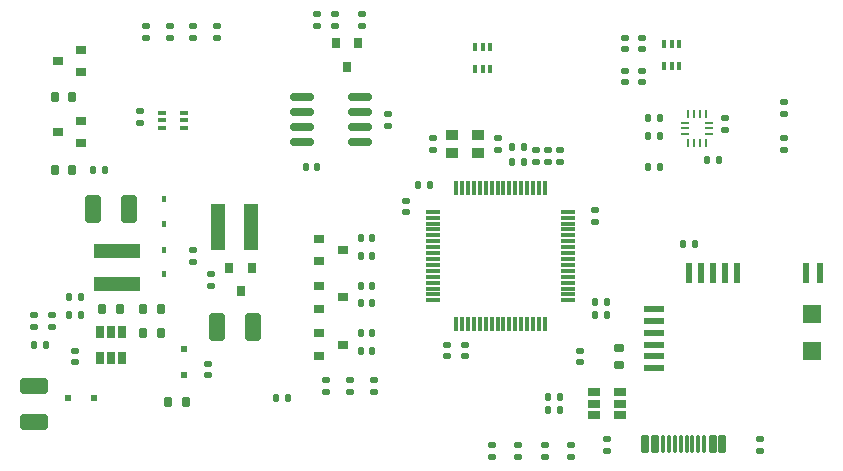
<source format=gbr>
%TF.GenerationSoftware,KiCad,Pcbnew,(5.99.0-9885-g7a8abcadd2)*%
%TF.CreationDate,2021-03-24T01:14:47-05:00*%
%TF.ProjectId,24_control_board,32345f63-6f6e-4747-926f-6c5f626f6172,rev?*%
%TF.SameCoordinates,Original*%
%TF.FileFunction,Paste,Bot*%
%TF.FilePolarity,Positive*%
%FSLAX46Y46*%
G04 Gerber Fmt 4.6, Leading zero omitted, Abs format (unit mm)*
G04 Created by KiCad (PCBNEW (5.99.0-9885-g7a8abcadd2)) date 2021-03-24 01:14:47*
%MOMM*%
%LPD*%
G01*
G04 APERTURE LIST*
G04 Aperture macros list*
%AMRoundRect*
0 Rectangle with rounded corners*
0 $1 Rounding radius*
0 $2 $3 $4 $5 $6 $7 $8 $9 X,Y pos of 4 corners*
0 Add a 4 corners polygon primitive as box body*
4,1,4,$2,$3,$4,$5,$6,$7,$8,$9,$2,$3,0*
0 Add four circle primitives for the rounded corners*
1,1,$1+$1,$2,$3*
1,1,$1+$1,$4,$5*
1,1,$1+$1,$6,$7*
1,1,$1+$1,$8,$9*
0 Add four rect primitives between the rounded corners*
20,1,$1+$1,$2,$3,$4,$5,0*
20,1,$1+$1,$4,$5,$6,$7,0*
20,1,$1+$1,$6,$7,$8,$9,0*
20,1,$1+$1,$8,$9,$2,$3,0*%
G04 Aperture macros list end*
%ADD10R,0.500000X0.500000*%
%ADD11RoundRect,0.125000X0.175000X-0.125000X0.175000X0.125000X-0.175000X0.125000X-0.175000X-0.125000X0*%
%ADD12RoundRect,0.150000X-0.150000X-0.300000X0.150000X-0.300000X0.150000X0.300000X-0.150000X0.300000X0*%
%ADD13RoundRect,0.125000X-0.175000X0.125000X-0.175000X-0.125000X0.175000X-0.125000X0.175000X0.125000X0*%
%ADD14RoundRect,0.150000X0.150000X0.300000X-0.150000X0.300000X-0.150000X-0.300000X0.150000X-0.300000X0*%
%ADD15RoundRect,0.250000X0.412500X0.925000X-0.412500X0.925000X-0.412500X-0.925000X0.412500X-0.925000X0*%
%ADD16RoundRect,0.125000X-0.125000X-0.175000X0.125000X-0.175000X0.125000X0.175000X-0.125000X0.175000X0*%
%ADD17RoundRect,0.150000X0.300000X-0.150000X0.300000X0.150000X-0.300000X0.150000X-0.300000X-0.150000X0*%
%ADD18RoundRect,0.125000X0.125000X0.175000X-0.125000X0.175000X-0.125000X-0.175000X0.125000X-0.175000X0*%
%ADD19R,0.400000X0.650000*%
%ADD20R,0.650000X0.400000*%
%ADD21R,0.450000X0.600000*%
%ADD22R,0.800000X0.900000*%
%ADD23R,1.200000X3.900000*%
%ADD24R,3.900000X1.200000*%
%ADD25R,0.900000X0.800000*%
%ADD26R,0.650000X1.060000*%
%ADD27RoundRect,0.150000X0.825000X0.150000X-0.825000X0.150000X-0.825000X-0.150000X0.825000X-0.150000X0*%
%ADD28R,0.250000X0.675000*%
%ADD29R,0.675000X0.250000*%
%ADD30R,1.000000X0.900000*%
%ADD31R,1.800000X0.600000*%
%ADD32R,0.600000X1.800000*%
%ADD33R,1.600000X1.600000*%
%ADD34R,0.300000X1.300480*%
%ADD35R,1.300480X0.300000*%
%ADD36RoundRect,0.075000X0.225000X0.650000X-0.225000X0.650000X-0.225000X-0.650000X0.225000X-0.650000X0*%
%ADD37RoundRect,0.075000X0.075000X0.650000X-0.075000X0.650000X-0.075000X-0.650000X0.075000X-0.650000X0*%
%ADD38RoundRect,0.250000X0.925000X-0.412500X0.925000X0.412500X-0.925000X0.412500X-0.925000X-0.412500X0*%
%ADD39R,1.060000X0.650000*%
G04 APERTURE END LIST*
D10*
%TO.C,D1*%
X111700000Y-106100000D03*
X111700000Y-103900000D03*
%TD*%
D11*
%TO.C,R2*%
X113700000Y-106100000D03*
X113700000Y-105100000D03*
%TD*%
D12*
%TO.C,R3*%
X110330000Y-108330000D03*
X111830000Y-108330000D03*
%TD*%
D13*
%TO.C,C101*%
X162500000Y-83000000D03*
X162500000Y-84000000D03*
%TD*%
D11*
%TO.C,C102*%
X108000000Y-84750000D03*
X108000000Y-83750000D03*
%TD*%
D12*
%TO.C,C201*%
X108250000Y-102500000D03*
X109750000Y-102500000D03*
%TD*%
D13*
%TO.C,C202*%
X112500000Y-95500000D03*
X112500000Y-96500000D03*
%TD*%
D14*
%TO.C,C203*%
X106250000Y-100500000D03*
X104750000Y-100500000D03*
%TD*%
D11*
%TO.C,C204*%
X114000000Y-98500000D03*
X114000000Y-97500000D03*
%TD*%
D13*
%TO.C,C205*%
X102500000Y-104000000D03*
X102500000Y-105000000D03*
%TD*%
D15*
%TO.C,C206*%
X117537500Y-102000000D03*
X114462500Y-102000000D03*
%TD*%
D16*
%TO.C,C207*%
X102000000Y-101000000D03*
X103000000Y-101000000D03*
%TD*%
%TO.C,C208*%
X102000000Y-99500000D03*
X103000000Y-99500000D03*
%TD*%
D15*
%TO.C,C209*%
X107037500Y-92000000D03*
X103962500Y-92000000D03*
%TD*%
D13*
%TO.C,C210*%
X100500000Y-101000000D03*
X100500000Y-102000000D03*
%TD*%
D17*
%TO.C,C301*%
X148500000Y-105250000D03*
X148500000Y-103750000D03*
%TD*%
D11*
%TO.C,C501*%
X135500000Y-104500000D03*
X135500000Y-103500000D03*
%TD*%
D16*
%TO.C,C502*%
X139500000Y-88000000D03*
X140500000Y-88000000D03*
%TD*%
D18*
%TO.C,C503*%
X147500000Y-99875000D03*
X146500000Y-99875000D03*
%TD*%
D16*
%TO.C,C504*%
X139500000Y-86750000D03*
X140500000Y-86750000D03*
%TD*%
D11*
%TO.C,C505*%
X132750000Y-87000000D03*
X132750000Y-86000000D03*
%TD*%
D18*
%TO.C,C506*%
X152000000Y-88500000D03*
X151000000Y-88500000D03*
%TD*%
D11*
%TO.C,C507*%
X138250000Y-87000000D03*
X138250000Y-86000000D03*
%TD*%
%TO.C,C508*%
X130500000Y-92300000D03*
X130500000Y-91300000D03*
%TD*%
D13*
%TO.C,C509*%
X146500000Y-92125000D03*
X146500000Y-93125000D03*
%TD*%
D16*
%TO.C,C510*%
X131500000Y-90000000D03*
X132500000Y-90000000D03*
%TD*%
D11*
%TO.C,C511*%
X134000000Y-104500000D03*
X134000000Y-103500000D03*
%TD*%
D18*
%TO.C,C512*%
X147500000Y-101000000D03*
X146500000Y-101000000D03*
%TD*%
D13*
%TO.C,C701*%
X123000000Y-75500000D03*
X123000000Y-76500000D03*
%TD*%
D11*
%TO.C,C702*%
X129000000Y-85000000D03*
X129000000Y-84000000D03*
%TD*%
D16*
%TO.C,C703*%
X122000000Y-88500000D03*
X123000000Y-88500000D03*
%TD*%
D18*
%TO.C,C801*%
X157012480Y-87849990D03*
X156012480Y-87849990D03*
%TD*%
D11*
%TO.C,C802*%
X157512480Y-85349990D03*
X157512480Y-84349990D03*
%TD*%
D16*
%TO.C,C901*%
X119500000Y-108000000D03*
X120500000Y-108000000D03*
%TD*%
D11*
%TO.C,C902*%
X145250000Y-105000000D03*
X145250000Y-104000000D03*
%TD*%
D12*
%TO.C,C907*%
X108250000Y-100500000D03*
X109750000Y-100500000D03*
%TD*%
%TO.C,C909*%
X100750000Y-82500000D03*
X102250000Y-82500000D03*
%TD*%
D18*
%TO.C,C1001*%
X127650000Y-96000000D03*
X126650000Y-96000000D03*
%TD*%
%TO.C,C1002*%
X127650000Y-100000000D03*
X126650000Y-100000000D03*
%TD*%
%TO.C,C1003*%
X127650000Y-104000000D03*
X126650000Y-104000000D03*
%TD*%
D11*
%TO.C,C1004*%
X141500000Y-88000000D03*
X141500000Y-87000000D03*
%TD*%
%TO.C,C1005*%
X142500000Y-88000000D03*
X142500000Y-87000000D03*
%TD*%
%TO.C,C1006*%
X143500000Y-88000000D03*
X143500000Y-87000000D03*
%TD*%
D19*
%TO.C,D102*%
X153650000Y-79950000D03*
X153000000Y-79950000D03*
X152350000Y-79950000D03*
X152350000Y-78050000D03*
X153000000Y-78050000D03*
X153650000Y-78050000D03*
%TD*%
D20*
%TO.C,D103*%
X109800000Y-85150000D03*
X109800000Y-84500000D03*
X109800000Y-83850000D03*
X111700000Y-83850000D03*
X111700000Y-84500000D03*
X111700000Y-85150000D03*
%TD*%
D21*
%TO.C,D201*%
X110000000Y-95450000D03*
X110000000Y-97550000D03*
%TD*%
D19*
%TO.C,D504*%
X137650000Y-80200000D03*
X137000000Y-80200000D03*
X136350000Y-80200000D03*
X136350000Y-78300000D03*
X137000000Y-78300000D03*
X137650000Y-78300000D03*
%TD*%
D22*
%TO.C,D701*%
X124550000Y-78000000D03*
X126450000Y-78000000D03*
X125500000Y-80000000D03*
%TD*%
D23*
%TO.C,L201*%
X117400000Y-93500000D03*
X114600000Y-93500000D03*
%TD*%
D24*
%TO.C,L202*%
X106000000Y-95600000D03*
X106000000Y-98400000D03*
%TD*%
D25*
%TO.C,Q601*%
X103000000Y-84550000D03*
X103000000Y-86450000D03*
X101000000Y-85500000D03*
%TD*%
%TO.C,Q602*%
X103000000Y-78560000D03*
X103000000Y-80460000D03*
X101000000Y-79510000D03*
%TD*%
%TO.C,Q1001*%
X123150000Y-96450000D03*
X123150000Y-94550000D03*
X125150000Y-95500000D03*
%TD*%
%TO.C,Q1002*%
X123150000Y-100450000D03*
X123150000Y-98550000D03*
X125150000Y-99500000D03*
%TD*%
%TO.C,Q1003*%
X123150000Y-104450000D03*
X123150000Y-102550000D03*
X125150000Y-103500000D03*
%TD*%
D11*
%TO.C,R101*%
X149000000Y-78500000D03*
X149000000Y-77500000D03*
%TD*%
D13*
%TO.C,R102*%
X162500000Y-86000000D03*
X162500000Y-87000000D03*
%TD*%
D11*
%TO.C,R103*%
X150500000Y-78500000D03*
X150500000Y-77500000D03*
%TD*%
D13*
%TO.C,R104*%
X149000000Y-80300000D03*
X149000000Y-81300000D03*
%TD*%
%TO.C,R105*%
X150500000Y-80300000D03*
X150500000Y-81300000D03*
%TD*%
D11*
%TO.C,R106*%
X110500000Y-77500000D03*
X110500000Y-76500000D03*
%TD*%
%TO.C,R107*%
X112500000Y-77500000D03*
X112500000Y-76500000D03*
%TD*%
%TO.C,R108*%
X114500000Y-77500000D03*
X114500000Y-76500000D03*
%TD*%
%TO.C,R109*%
X108500000Y-77500000D03*
X108500000Y-76500000D03*
%TD*%
D13*
%TO.C,R201*%
X99000000Y-101000000D03*
X99000000Y-102000000D03*
%TD*%
D16*
%TO.C,R202*%
X99000000Y-103500000D03*
X100000000Y-103500000D03*
%TD*%
%TO.C,R401*%
X142500000Y-107930000D03*
X143500000Y-107930000D03*
%TD*%
%TO.C,R402*%
X142500000Y-109000000D03*
X143500000Y-109000000D03*
%TD*%
D13*
%TO.C,R403*%
X147500000Y-111500000D03*
X147500000Y-112500000D03*
%TD*%
%TO.C,R404*%
X160500000Y-111500000D03*
X160500000Y-112500000D03*
%TD*%
D11*
%TO.C,R501*%
X144500000Y-113000000D03*
X144500000Y-112000000D03*
%TD*%
%TO.C,R502*%
X142250000Y-113000000D03*
X142250000Y-112000000D03*
%TD*%
%TO.C,R503*%
X140000000Y-113000000D03*
X140000000Y-112000000D03*
%TD*%
%TO.C,R504*%
X137750000Y-113000000D03*
X137750000Y-112000000D03*
%TD*%
%TO.C,R701*%
X124500000Y-76500000D03*
X124500000Y-75500000D03*
%TD*%
%TO.C,R702*%
X126750000Y-76500000D03*
X126750000Y-75500000D03*
%TD*%
D18*
%TO.C,R801*%
X152012480Y-84349990D03*
X151012480Y-84349990D03*
%TD*%
%TO.C,R802*%
X152012480Y-85849990D03*
X151012480Y-85849990D03*
%TD*%
D14*
%TO.C,R901*%
X102250000Y-88750000D03*
X100750000Y-88750000D03*
%TD*%
D16*
%TO.C,R902*%
X104000000Y-88750000D03*
X105000000Y-88750000D03*
%TD*%
D13*
%TO.C,R1001*%
X123750000Y-106500000D03*
X123750000Y-107500000D03*
%TD*%
%TO.C,R1002*%
X125750000Y-106500000D03*
X125750000Y-107500000D03*
%TD*%
%TO.C,R1003*%
X127750000Y-106500000D03*
X127750000Y-107500000D03*
%TD*%
D22*
%TO.C,U201*%
X115550000Y-97000000D03*
X117450000Y-97000000D03*
X116500000Y-99000000D03*
%TD*%
D26*
%TO.C,U202*%
X104550000Y-102400000D03*
X105500000Y-102400000D03*
X106450000Y-102400000D03*
X106450000Y-104600000D03*
X105500000Y-104600000D03*
X104550000Y-104600000D03*
%TD*%
D27*
%TO.C,U701*%
X126615000Y-82565000D03*
X126615000Y-83835000D03*
X126615000Y-85105000D03*
X126615000Y-86375000D03*
X121665000Y-86375000D03*
X121665000Y-85105000D03*
X121665000Y-83835000D03*
X121665000Y-82565000D03*
%TD*%
D28*
%TO.C,U801*%
X154362480Y-83937490D03*
X154862480Y-83937490D03*
X155362480Y-83937490D03*
X155862480Y-83937490D03*
D29*
X156124980Y-84699990D03*
X156124980Y-85199990D03*
X156124980Y-85699990D03*
D28*
X155862480Y-86462490D03*
X155362480Y-86462490D03*
X154862480Y-86462490D03*
X154362480Y-86462490D03*
D29*
X154099980Y-85699990D03*
X154099980Y-85199990D03*
X154099980Y-84699990D03*
%TD*%
D30*
%TO.C,X501*%
X136575000Y-87275000D03*
X134425000Y-87275000D03*
X134425000Y-85725000D03*
X136575000Y-85725000D03*
%TD*%
D31*
%TO.C,U301*%
X151500000Y-105500000D03*
X151500000Y-104500000D03*
X151500000Y-103500000D03*
X151500000Y-102500000D03*
X151500000Y-101500000D03*
X151500000Y-100500000D03*
D32*
X154500000Y-97400000D03*
X155500000Y-97400000D03*
X156500000Y-97400000D03*
X157500000Y-97400000D03*
X158500000Y-97400000D03*
X164400000Y-97400000D03*
X165550000Y-97400000D03*
D33*
X164900000Y-100900000D03*
X164900000Y-104000000D03*
%TD*%
D34*
%TO.C,U501*%
X134750960Y-90249440D03*
X135248800Y-90249440D03*
X135749180Y-90249440D03*
X136249560Y-90249440D03*
X136749940Y-90249440D03*
X137250320Y-90249440D03*
X137750700Y-90249440D03*
X138251080Y-90249440D03*
X138748920Y-90249440D03*
X139249300Y-90249440D03*
X139749680Y-90249440D03*
X140250060Y-90249440D03*
X140750440Y-90249440D03*
X141250820Y-90249440D03*
X141751200Y-90249440D03*
X142249040Y-90249440D03*
D35*
X144250560Y-92250960D03*
X144250560Y-92748800D03*
X144250560Y-93249180D03*
X144250560Y-93749560D03*
X144250560Y-94249940D03*
X144250560Y-94750320D03*
X144250560Y-95250700D03*
X144250560Y-95751080D03*
X144250560Y-96248920D03*
X144250560Y-96749300D03*
X144250560Y-97249680D03*
X144250560Y-97750060D03*
X144250560Y-98250440D03*
X144250560Y-98750820D03*
X144250560Y-99251200D03*
X144250560Y-99749040D03*
D34*
X142249040Y-101750560D03*
X141751200Y-101750560D03*
X141250820Y-101750560D03*
X140750440Y-101750560D03*
X140250060Y-101750560D03*
X139749680Y-101750560D03*
X139249300Y-101750560D03*
X138748920Y-101750560D03*
X138251080Y-101750560D03*
X137750700Y-101750560D03*
X137250320Y-101750560D03*
X136749940Y-101750560D03*
X136249560Y-101750560D03*
X135749180Y-101750560D03*
X135248800Y-101750560D03*
X134750960Y-101750560D03*
D35*
X132749440Y-99749040D03*
X132749440Y-99251200D03*
X132749440Y-98750820D03*
X132749440Y-98250440D03*
X132749440Y-97750060D03*
X132749440Y-97249680D03*
X132749440Y-96749300D03*
X132749440Y-96248920D03*
X132749440Y-95751080D03*
X132749440Y-95250700D03*
X132749440Y-94750320D03*
X132749440Y-94249940D03*
X132749440Y-93749560D03*
X132749440Y-93249180D03*
X132749440Y-92748800D03*
X132749440Y-92250960D03*
%TD*%
D18*
%TO.C,R1004*%
X127650000Y-94500000D03*
X126650000Y-94500000D03*
%TD*%
%TO.C,R1005*%
X127650000Y-98500000D03*
X126650000Y-98500000D03*
%TD*%
%TO.C,R1006*%
X127650000Y-102500000D03*
X126650000Y-102500000D03*
%TD*%
D36*
%TO.C,J401*%
X157250000Y-111955000D03*
X156450000Y-111955000D03*
D37*
X155250000Y-111955000D03*
X154250000Y-111955000D03*
X153750000Y-111955000D03*
X152750000Y-111955000D03*
D36*
X151550000Y-111955000D03*
X150750000Y-111955000D03*
X150750000Y-111955000D03*
X151550000Y-111955000D03*
D37*
X152250000Y-111955000D03*
X153250000Y-111955000D03*
X154750000Y-111955000D03*
X155750000Y-111955000D03*
D36*
X156450000Y-111955000D03*
X157250000Y-111955000D03*
%TD*%
D10*
%TO.C,D101*%
X104100000Y-108000000D03*
X101900000Y-108000000D03*
%TD*%
D38*
%TO.C,C910*%
X99000000Y-110037500D03*
X99000000Y-106962500D03*
%TD*%
D21*
%TO.C,D202*%
X110000000Y-93250000D03*
X110000000Y-91150000D03*
%TD*%
D39*
%TO.C,U402*%
X148600000Y-107550000D03*
X148600000Y-108500000D03*
X148600000Y-109450000D03*
X146400000Y-109450000D03*
X146400000Y-108500000D03*
X146400000Y-107550000D03*
%TD*%
D18*
%TO.C,R1*%
X154979280Y-95000000D03*
X153979280Y-95000000D03*
%TD*%
M02*

</source>
